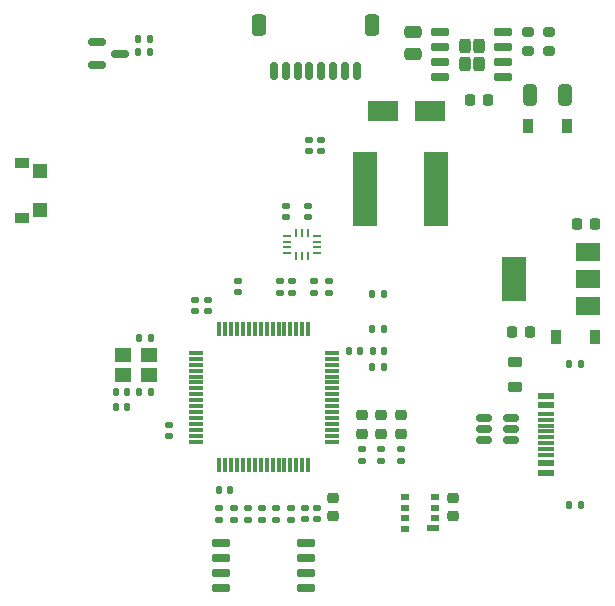
<source format=gbr>
%TF.GenerationSoftware,KiCad,Pcbnew,(6.0.10-0)*%
%TF.CreationDate,2023-01-05T11:48:26+01:00*%
%TF.ProjectId,JFP_board_v2,4a46505f-626f-4617-9264-5f76322e6b69,rev?*%
%TF.SameCoordinates,Original*%
%TF.FileFunction,Paste,Top*%
%TF.FilePolarity,Positive*%
%FSLAX46Y46*%
G04 Gerber Fmt 4.6, Leading zero omitted, Abs format (unit mm)*
G04 Created by KiCad (PCBNEW (6.0.10-0)) date 2023-01-05 11:48:26*
%MOMM*%
%LPD*%
G01*
G04 APERTURE LIST*
G04 Aperture macros list*
%AMRoundRect*
0 Rectangle with rounded corners*
0 $1 Rounding radius*
0 $2 $3 $4 $5 $6 $7 $8 $9 X,Y pos of 4 corners*
0 Add a 4 corners polygon primitive as box body*
4,1,4,$2,$3,$4,$5,$6,$7,$8,$9,$2,$3,0*
0 Add four circle primitives for the rounded corners*
1,1,$1+$1,$2,$3*
1,1,$1+$1,$4,$5*
1,1,$1+$1,$6,$7*
1,1,$1+$1,$8,$9*
0 Add four rect primitives between the rounded corners*
20,1,$1+$1,$2,$3,$4,$5,0*
20,1,$1+$1,$4,$5,$6,$7,0*
20,1,$1+$1,$6,$7,$8,$9,0*
20,1,$1+$1,$8,$9,$2,$3,0*%
G04 Aperture macros list end*
%ADD10RoundRect,0.150000X0.150000X0.625000X-0.150000X0.625000X-0.150000X-0.625000X0.150000X-0.625000X0*%
%ADD11RoundRect,0.250000X0.350000X0.650000X-0.350000X0.650000X-0.350000X-0.650000X0.350000X-0.650000X0*%
%ADD12RoundRect,0.140000X0.170000X-0.140000X0.170000X0.140000X-0.170000X0.140000X-0.170000X-0.140000X0*%
%ADD13R,0.900000X1.200000*%
%ADD14RoundRect,0.135000X0.135000X0.185000X-0.135000X0.185000X-0.135000X-0.185000X0.135000X-0.185000X0*%
%ADD15RoundRect,0.218750X0.256250X-0.218750X0.256250X0.218750X-0.256250X0.218750X-0.256250X-0.218750X0*%
%ADD16RoundRect,0.140000X-0.170000X0.140000X-0.170000X-0.140000X0.170000X-0.140000X0.170000X0.140000X0*%
%ADD17RoundRect,0.135000X0.185000X-0.135000X0.185000X0.135000X-0.185000X0.135000X-0.185000X-0.135000X0*%
%ADD18RoundRect,0.200000X-0.275000X0.200000X-0.275000X-0.200000X0.275000X-0.200000X0.275000X0.200000X0*%
%ADD19RoundRect,0.225000X-0.225000X-0.250000X0.225000X-0.250000X0.225000X0.250000X-0.225000X0.250000X0*%
%ADD20RoundRect,0.140000X-0.140000X-0.170000X0.140000X-0.170000X0.140000X0.170000X-0.140000X0.170000X0*%
%ADD21RoundRect,0.250000X-0.325000X-0.650000X0.325000X-0.650000X0.325000X0.650000X-0.325000X0.650000X0*%
%ADD22RoundRect,0.135000X-0.185000X0.135000X-0.185000X-0.135000X0.185000X-0.135000X0.185000X0.135000X0*%
%ADD23RoundRect,0.225000X-0.250000X0.225000X-0.250000X-0.225000X0.250000X-0.225000X0.250000X0.225000X0*%
%ADD24RoundRect,0.250000X0.475000X-0.250000X0.475000X0.250000X-0.475000X0.250000X-0.475000X-0.250000X0*%
%ADD25RoundRect,0.140000X0.140000X0.170000X-0.140000X0.170000X-0.140000X-0.170000X0.140000X-0.170000X0*%
%ADD26RoundRect,0.150000X-0.650000X-0.150000X0.650000X-0.150000X0.650000X0.150000X-0.650000X0.150000X0*%
%ADD27R,0.675000X0.250000*%
%ADD28R,0.250000X0.675000*%
%ADD29R,1.000000X0.500000*%
%ADD30R,0.800000X0.500000*%
%ADD31R,1.450000X0.600000*%
%ADD32R,1.450000X0.300000*%
%ADD33R,1.400000X1.200000*%
%ADD34RoundRect,0.150000X-0.587500X-0.150000X0.587500X-0.150000X0.587500X0.150000X-0.587500X0.150000X0*%
%ADD35R,1.200000X0.300000*%
%ADD36R,0.300000X1.200000*%
%ADD37R,2.500000X1.800000*%
%ADD38RoundRect,0.242500X0.242500X0.382500X-0.242500X0.382500X-0.242500X-0.382500X0.242500X-0.382500X0*%
%ADD39RoundRect,0.150000X0.650000X0.150000X-0.650000X0.150000X-0.650000X-0.150000X0.650000X-0.150000X0*%
%ADD40R,2.000000X1.500000*%
%ADD41R,2.000000X3.800000*%
%ADD42RoundRect,0.150000X-0.512500X-0.150000X0.512500X-0.150000X0.512500X0.150000X-0.512500X0.150000X0*%
%ADD43R,1.200000X0.900000*%
%ADD44R,1.300000X1.150000*%
%ADD45R,2.000000X6.300000*%
%ADD46RoundRect,0.218750X0.381250X-0.218750X0.381250X0.218750X-0.381250X0.218750X-0.381250X-0.218750X0*%
%ADD47RoundRect,0.200000X0.275000X-0.200000X0.275000X0.200000X-0.275000X0.200000X-0.275000X-0.200000X0*%
%ADD48RoundRect,0.135000X-0.135000X-0.185000X0.135000X-0.185000X0.135000X0.185000X-0.135000X0.185000X0*%
G04 APERTURE END LIST*
D10*
%TO.C,J6*%
X155250000Y-55750000D03*
X154250000Y-55750000D03*
X153250000Y-55750000D03*
X152250000Y-55750000D03*
X151250000Y-55750000D03*
X150250000Y-55750000D03*
X149250000Y-55750000D03*
X148250000Y-55750000D03*
D11*
X146950000Y-51875000D03*
X156550000Y-51875000D03*
%TD*%
D12*
%TO.C,C8*%
X141600000Y-76130000D03*
X141600000Y-75170000D03*
%TD*%
D13*
%TO.C,D3*%
X175450000Y-78300000D03*
X172150000Y-78300000D03*
%TD*%
D14*
%TO.C,R11*%
X174260000Y-92525000D03*
X173240000Y-92525000D03*
%TD*%
D15*
%TO.C,D6*%
X155700000Y-86487500D03*
X155700000Y-84912500D03*
%TD*%
D16*
%TO.C,C14*%
X151910000Y-92770000D03*
X151910000Y-93730000D03*
%TD*%
D15*
%TO.C,D5*%
X159000000Y-86487500D03*
X159000000Y-84912500D03*
%TD*%
D12*
%TO.C,C17*%
X151100000Y-68130000D03*
X151100000Y-67170000D03*
%TD*%
%TO.C,C7*%
X139350000Y-86680000D03*
X139350000Y-85720000D03*
%TD*%
D17*
%TO.C,R18*%
X146050000Y-93760000D03*
X146050000Y-92740000D03*
%TD*%
D18*
%TO.C,R2*%
X171525000Y-52475000D03*
X171525000Y-54125000D03*
%TD*%
D14*
%TO.C,R5*%
X157610000Y-74700000D03*
X156590000Y-74700000D03*
%TD*%
%TO.C,R21*%
X137760000Y-54200000D03*
X136740000Y-54200000D03*
%TD*%
D19*
%TO.C,C5*%
X168425000Y-77900000D03*
X169975000Y-77900000D03*
%TD*%
D20*
%TO.C,C15*%
X156620000Y-79450000D03*
X157580000Y-79450000D03*
%TD*%
D21*
%TO.C,C3*%
X169925000Y-57800000D03*
X172875000Y-57800000D03*
%TD*%
D22*
%TO.C,R14*%
X152900000Y-73540000D03*
X152900000Y-74560000D03*
%TD*%
D17*
%TO.C,R25*%
X148450000Y-93760000D03*
X148450000Y-92740000D03*
%TD*%
D22*
%TO.C,R16*%
X148750000Y-73540000D03*
X148750000Y-74560000D03*
%TD*%
D14*
%TO.C,R3*%
X157610000Y-80850000D03*
X156590000Y-80850000D03*
%TD*%
D23*
%TO.C,C20*%
X163400000Y-91925000D03*
X163400000Y-93475000D03*
%TD*%
D22*
%TO.C,R8*%
X159000000Y-87790000D03*
X159000000Y-88810000D03*
%TD*%
%TO.C,R15*%
X149800000Y-73540000D03*
X149800000Y-74560000D03*
%TD*%
D24*
%TO.C,C1*%
X160000000Y-54350000D03*
X160000000Y-52450000D03*
%TD*%
D12*
%TO.C,R10*%
X145200000Y-74530000D03*
X145200000Y-73570000D03*
%TD*%
D25*
%TO.C,C10*%
X144530000Y-91250000D03*
X143570000Y-91250000D03*
%TD*%
%TO.C,C13*%
X137830000Y-78400000D03*
X136870000Y-78400000D03*
%TD*%
D15*
%TO.C,D4*%
X157350000Y-86487500D03*
X157350000Y-84912500D03*
%TD*%
D26*
%TO.C,U5*%
X143750000Y-95745000D03*
X143750000Y-97015000D03*
X143750000Y-98285000D03*
X143750000Y-99555000D03*
X150950000Y-99555000D03*
X150950000Y-98285000D03*
X150950000Y-97015000D03*
X150950000Y-95745000D03*
%TD*%
D22*
%TO.C,R13*%
X151650000Y-73540000D03*
X151650000Y-74560000D03*
%TD*%
D17*
%TO.C,R26*%
X149700000Y-93760000D03*
X149700000Y-92740000D03*
%TD*%
D25*
%TO.C,C12*%
X135830000Y-82950000D03*
X134870000Y-82950000D03*
%TD*%
D27*
%TO.C,U4*%
X151862500Y-71220000D03*
X151862500Y-70720000D03*
X151862500Y-70220000D03*
X151862500Y-69720000D03*
D28*
X151100000Y-69457500D03*
X150600000Y-69457500D03*
X150100000Y-69457500D03*
D27*
X149337500Y-69720000D03*
X149337500Y-70220000D03*
X149337500Y-70720000D03*
X149337500Y-71220000D03*
D28*
X150100000Y-71482500D03*
X150600000Y-71482500D03*
X151100000Y-71482500D03*
%TD*%
D29*
%TO.C,U7*%
X161750000Y-94500000D03*
D30*
X161850000Y-93650000D03*
X161850000Y-92750000D03*
X161850000Y-91850000D03*
X159350000Y-91850000D03*
X159350000Y-92750000D03*
X159350000Y-93650000D03*
X159350000Y-94550000D03*
%TD*%
D14*
%TO.C,R4*%
X157610000Y-77650000D03*
X156590000Y-77650000D03*
%TD*%
D17*
%TO.C,R17*%
X147250000Y-93760000D03*
X147250000Y-92740000D03*
%TD*%
D13*
%TO.C,D2*%
X173050000Y-60400000D03*
X169750000Y-60400000D03*
%TD*%
D19*
%TO.C,C2*%
X164825000Y-58200000D03*
X166375000Y-58200000D03*
%TD*%
D23*
%TO.C,C6*%
X153250000Y-91925000D03*
X153250000Y-93475000D03*
%TD*%
D14*
%TO.C,R12*%
X174260000Y-80625000D03*
X173240000Y-80625000D03*
%TD*%
D31*
%TO.C,J7*%
X171255000Y-89800000D03*
X171255000Y-89000000D03*
D32*
X171255000Y-87800000D03*
X171255000Y-86800000D03*
X171255000Y-86300000D03*
X171255000Y-85300000D03*
D31*
X171255000Y-84100000D03*
X171255000Y-83300000D03*
X171255000Y-83300000D03*
X171255000Y-84100000D03*
D32*
X171255000Y-84800000D03*
X171255000Y-85800000D03*
X171255000Y-87300000D03*
X171255000Y-88300000D03*
D31*
X171255000Y-89000000D03*
X171255000Y-89800000D03*
%TD*%
D22*
%TO.C,R9*%
X155700000Y-87790000D03*
X155700000Y-88810000D03*
%TD*%
D14*
%TO.C,R6*%
X137860000Y-83000000D03*
X136840000Y-83000000D03*
%TD*%
D33*
%TO.C,Y1*%
X135450000Y-81550000D03*
X137650000Y-81550000D03*
X137650000Y-79850000D03*
X135450000Y-79850000D03*
%TD*%
D12*
%TO.C,R24*%
X151200000Y-62580000D03*
X151200000Y-61620000D03*
%TD*%
D34*
%TO.C,Q1*%
X133312500Y-53350000D03*
X133312500Y-55250000D03*
X135187500Y-54300000D03*
%TD*%
D35*
%TO.C,U3*%
X141640000Y-79650000D03*
X141640000Y-80150000D03*
X141640000Y-80650000D03*
X141640000Y-81150000D03*
X141640000Y-81650000D03*
X141640000Y-82150000D03*
X141640000Y-82650000D03*
X141640000Y-83150000D03*
X141640000Y-83650000D03*
X141640000Y-84150000D03*
X141640000Y-84650000D03*
X141640000Y-85150000D03*
X141640000Y-85650000D03*
X141640000Y-86150000D03*
X141640000Y-86650000D03*
X141640000Y-87150000D03*
D36*
X143640000Y-89150000D03*
X144140000Y-89150000D03*
X144640000Y-89150000D03*
X145140000Y-89150000D03*
X145640000Y-89150000D03*
X146140000Y-89150000D03*
X146640000Y-89150000D03*
X147140000Y-89150000D03*
X147640000Y-89150000D03*
X148140000Y-89150000D03*
X148640000Y-89150000D03*
X149140000Y-89150000D03*
X149640000Y-89150000D03*
X150140000Y-89150000D03*
X150640000Y-89150000D03*
X151140000Y-89150000D03*
D35*
X153140000Y-87150000D03*
X153140000Y-86650000D03*
X153140000Y-86150000D03*
X153140000Y-85650000D03*
X153140000Y-85150000D03*
X153140000Y-84650000D03*
X153140000Y-84150000D03*
X153140000Y-83650000D03*
X153140000Y-83150000D03*
X153140000Y-82650000D03*
X153140000Y-82150000D03*
X153140000Y-81650000D03*
X153140000Y-81150000D03*
X153140000Y-80650000D03*
X153140000Y-80150000D03*
X153140000Y-79650000D03*
D36*
X151140000Y-77650000D03*
X150640000Y-77650000D03*
X150140000Y-77650000D03*
X149640000Y-77650000D03*
X149140000Y-77650000D03*
X148640000Y-77650000D03*
X148140000Y-77650000D03*
X147640000Y-77650000D03*
X147140000Y-77650000D03*
X146640000Y-77650000D03*
X146140000Y-77650000D03*
X145640000Y-77650000D03*
X145140000Y-77650000D03*
X144640000Y-77650000D03*
X144140000Y-77650000D03*
X143640000Y-77650000D03*
%TD*%
D22*
%TO.C,R7*%
X157350000Y-87790000D03*
X157350000Y-88810000D03*
%TD*%
D37*
%TO.C,D1*%
X161500000Y-59200000D03*
X157500000Y-59200000D03*
%TD*%
D12*
%TO.C,C18*%
X149300000Y-68130000D03*
X149300000Y-67170000D03*
%TD*%
D16*
%TO.C,R23*%
X152200000Y-61620000D03*
X152200000Y-62580000D03*
%TD*%
D25*
%TO.C,C16*%
X135830000Y-84200000D03*
X134870000Y-84200000D03*
%TD*%
D12*
%TO.C,C11*%
X142650000Y-76130000D03*
X142650000Y-75170000D03*
%TD*%
D17*
%TO.C,R19*%
X144850000Y-93760000D03*
X144850000Y-92740000D03*
%TD*%
D12*
%TO.C,C19*%
X150910000Y-93730000D03*
X150910000Y-92770000D03*
%TD*%
D17*
%TO.C,R20*%
X143600000Y-93760000D03*
X143600000Y-92740000D03*
%TD*%
D19*
%TO.C,C4*%
X173875000Y-68750000D03*
X175425000Y-68750000D03*
%TD*%
D38*
%TO.C,U1*%
X164400000Y-53625000D03*
X165600000Y-53625000D03*
X165600000Y-55175000D03*
X164400000Y-55175000D03*
D39*
X167650000Y-56305000D03*
X167650000Y-55035000D03*
X167650000Y-53765000D03*
X167650000Y-52495000D03*
X162350000Y-52495000D03*
X162350000Y-53765000D03*
X162350000Y-55035000D03*
X162350000Y-56305000D03*
%TD*%
D20*
%TO.C,C9*%
X154570000Y-79450000D03*
X155530000Y-79450000D03*
%TD*%
D40*
%TO.C,U2*%
X174850000Y-75700000D03*
D41*
X168550000Y-73400000D03*
D40*
X174850000Y-73400000D03*
X174850000Y-71100000D03*
%TD*%
D42*
%TO.C,U6*%
X166012500Y-85150000D03*
X166012500Y-86100000D03*
X166012500Y-87050000D03*
X168287500Y-87050000D03*
X168287500Y-86100000D03*
X168287500Y-85150000D03*
%TD*%
D43*
%TO.C,SW1*%
X126900000Y-63600000D03*
X126900000Y-68200000D03*
D44*
X128450000Y-64225000D03*
X128450000Y-67575000D03*
%TD*%
D45*
%TO.C,L1*%
X155950000Y-65750000D03*
X161950000Y-65750000D03*
%TD*%
D46*
%TO.C,FB1*%
X168700000Y-82512500D03*
X168700000Y-80387500D03*
%TD*%
D47*
%TO.C,R1*%
X169725000Y-54125000D03*
X169725000Y-52475000D03*
%TD*%
D48*
%TO.C,R22*%
X136740000Y-53100000D03*
X137760000Y-53100000D03*
%TD*%
M02*

</source>
